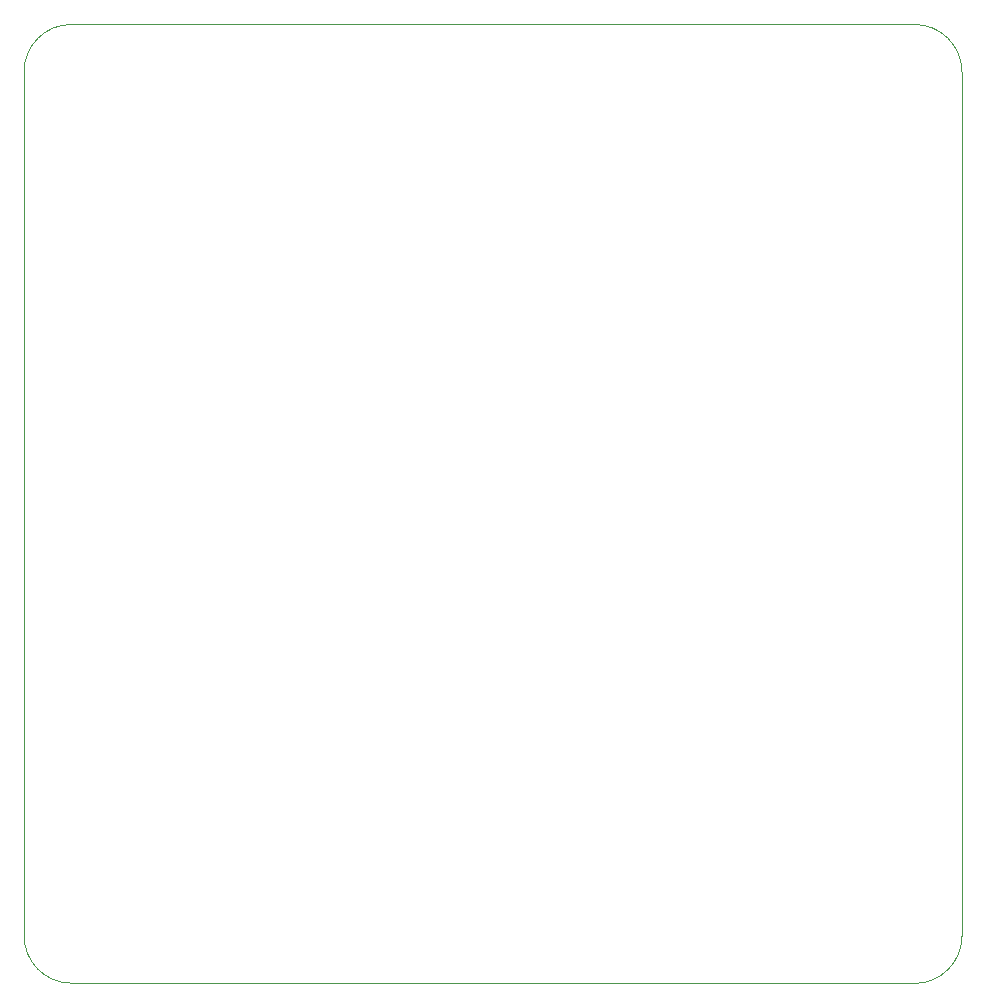
<source format=gm1>
G04 #@! TF.GenerationSoftware,KiCad,Pcbnew,7.0.6-0*
G04 #@! TF.CreationDate,2023-09-08T10:13:38-03:00*
G04 #@! TF.ProjectId,expansao_bateria_rev1.1,65787061-6e73-4616-9f5f-626174657269,rev?*
G04 #@! TF.SameCoordinates,Original*
G04 #@! TF.FileFunction,Profile,NP*
%FSLAX46Y46*%
G04 Gerber Fmt 4.6, Leading zero omitted, Abs format (unit mm)*
G04 Created by KiCad (PCBNEW 7.0.6-0) date 2023-09-08 10:13:38*
%MOMM*%
%LPD*%
G01*
G04 APERTURE LIST*
G04 #@! TA.AperFunction,Profile*
%ADD10C,0.100000*%
G04 #@! TD*
G04 APERTURE END LIST*
D10*
X75484000Y-81258000D02*
G75*
G03*
X79484000Y-77258000I100J3999900D01*
G01*
X75478000Y-64000D02*
X4081000Y-64000D01*
X4081000Y-64000D02*
G75*
G03*
X81000Y-4064000I0J-4000000D01*
G01*
X81000Y-4064000D02*
X84428Y-77234573D01*
X79478000Y-4064000D02*
G75*
G03*
X75478000Y-64000I-4000000J0D01*
G01*
X4084427Y-81234573D02*
X75484000Y-81258000D01*
X84427Y-77234573D02*
G75*
G03*
X4084427Y-81234573I3999973J-27D01*
G01*
X79484000Y-77258000D02*
X79478000Y-4064000D01*
M02*

</source>
